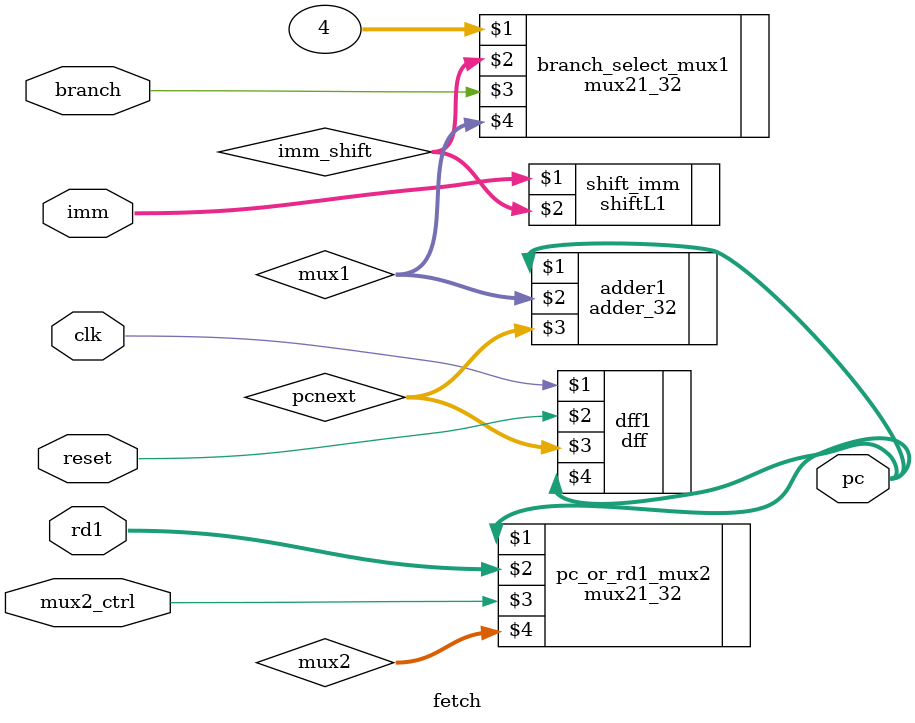
<source format=v>
`include "adder_32.v"
`include "dff.v"
`include "mux21_32.v"
`include "shiftL1.v"
module fetch(
    input clk, reset,
    input [31:0] imm,rd1,
    input branch,mux2_ctrl,
    output [31:0] pc);

wire [31:0] pcnext,imm_shift,mux1,mux2;

dff #(32) dff1(clk,reset,pcnext,pc);
shiftL1 shift_imm(imm,imm_shift);
mux21_32 #(32) branch_select_mux1(32'h0004,imm_shift,branch,mux1);
mux21_32 #(32) pc_or_rd1_mux2(pc,rd1,mux2_ctrl,mux2);
adder_32 adder1(pc,mux1,pcnext);

endmodule

</source>
